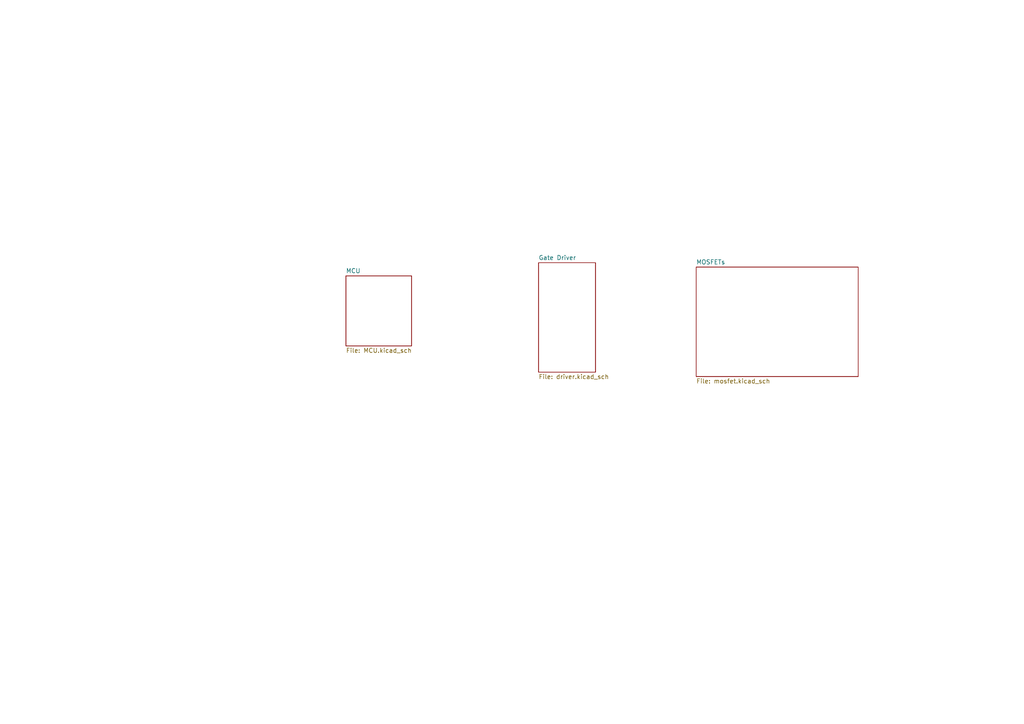
<source format=kicad_sch>
(kicad_sch
	(version 20231120)
	(generator "eeschema")
	(generator_version "8.0")
	(uuid "d689671b-0022-4244-94e9-f990dec3d4f1")
	(paper "A4")
	(lib_symbols)
	(sheet
		(at 100.33 80.01)
		(size 19.05 20.32)
		(fields_autoplaced yes)
		(stroke
			(width 0.1524)
			(type solid)
		)
		(fill
			(color 0 0 0 0.0000)
		)
		(uuid "0b84e83a-a9f6-4dbd-9677-36d01b471738")
		(property "Sheetname" "MCU"
			(at 100.33 79.2984 0)
			(effects
				(font
					(size 1.27 1.27)
				)
				(justify left bottom)
			)
		)
		(property "Sheetfile" "MCU.kicad_sch"
			(at 100.33 100.9146 0)
			(effects
				(font
					(size 1.27 1.27)
				)
				(justify left top)
			)
		)
		(instances
			(project "TREC"
				(path "/d689671b-0022-4244-94e9-f990dec3d4f1"
					(page "2")
				)
			)
		)
	)
	(sheet
		(at 156.21 76.2)
		(size 16.51 31.75)
		(fields_autoplaced yes)
		(stroke
			(width 0.1524)
			(type solid)
		)
		(fill
			(color 0 0 0 0.0000)
		)
		(uuid "777aa873-8fb8-4344-a2b0-db12b88054c4")
		(property "Sheetname" "Gate Driver"
			(at 156.21 75.4884 0)
			(effects
				(font
					(size 1.27 1.27)
				)
				(justify left bottom)
			)
		)
		(property "Sheetfile" "driver.kicad_sch"
			(at 156.21 108.5346 0)
			(effects
				(font
					(size 1.27 1.27)
				)
				(justify left top)
			)
		)
		(instances
			(project "TREC"
				(path "/d689671b-0022-4244-94e9-f990dec3d4f1"
					(page "3")
				)
			)
		)
	)
	(sheet
		(at 201.93 77.47)
		(size 46.99 31.75)
		(fields_autoplaced yes)
		(stroke
			(width 0.1524)
			(type solid)
		)
		(fill
			(color 0 0 0 0.0000)
		)
		(uuid "fc4aac34-8c16-4364-8315-1578acc47b40")
		(property "Sheetname" "MOSFETs"
			(at 201.93 76.7584 0)
			(effects
				(font
					(size 1.27 1.27)
				)
				(justify left bottom)
			)
		)
		(property "Sheetfile" "mosfet.kicad_sch"
			(at 201.93 109.8046 0)
			(effects
				(font
					(size 1.27 1.27)
				)
				(justify left top)
			)
		)
		(instances
			(project "TREC"
				(path "/d689671b-0022-4244-94e9-f990dec3d4f1"
					(page "4")
				)
			)
		)
	)
	(sheet_instances
		(path "/"
			(page "1")
		)
	)
)

</source>
